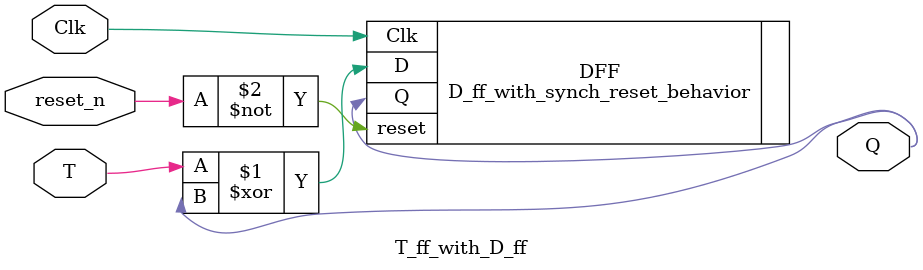
<source format=v>
`timescale 1ns / 1ps


module T_ff_with_D_ff(
    input Clk,
    input T,
    input reset_n,
    output Q
    );
    
    D_ff_with_synch_reset_behavior DFF (.Clk(Clk), .D(T ^ Q), .reset(~reset_n), .Q(Q));
endmodule

</source>
